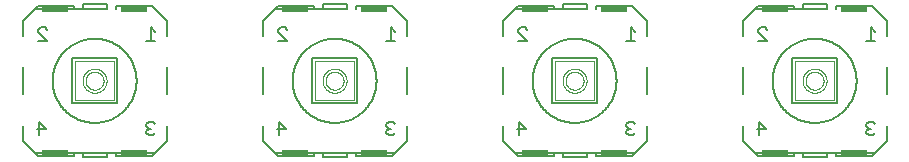
<source format=gbo>
G75*
%MOIN*%
%OFA0B0*%
%FSLAX25Y25*%
%IPPOS*%
%LPD*%
%AMOC8*
5,1,8,0,0,1.08239X$1,22.5*
%
%ADD10C,0.00600*%
%ADD11C,0.00200*%
%ADD12C,0.00500*%
%ADD13R,0.08500X0.02000*%
D10*
X0025866Y0006274D02*
X0026866Y0005274D01*
X0038866Y0005274D01*
X0038866Y0006274D01*
X0025866Y0006274D01*
X0021866Y0010274D01*
X0021866Y0015274D01*
X0038366Y0022774D02*
X0053366Y0022774D01*
X0053366Y0037774D01*
X0038366Y0037774D01*
X0038366Y0022774D01*
X0021866Y0025774D02*
X0021866Y0034774D01*
X0031866Y0030274D02*
X0031870Y0030618D01*
X0031883Y0030961D01*
X0031904Y0031304D01*
X0031933Y0031646D01*
X0031971Y0031988D01*
X0032018Y0032328D01*
X0032072Y0032667D01*
X0032135Y0033005D01*
X0032206Y0033341D01*
X0032286Y0033676D01*
X0032373Y0034008D01*
X0032469Y0034338D01*
X0032573Y0034666D01*
X0032684Y0034990D01*
X0032804Y0035313D01*
X0032932Y0035632D01*
X0033067Y0035947D01*
X0033210Y0036260D01*
X0033361Y0036569D01*
X0033519Y0036874D01*
X0033685Y0037175D01*
X0033858Y0037471D01*
X0034038Y0037764D01*
X0034225Y0038052D01*
X0034420Y0038335D01*
X0034621Y0038614D01*
X0034829Y0038887D01*
X0035044Y0039156D01*
X0035265Y0039418D01*
X0035493Y0039676D01*
X0035727Y0039928D01*
X0035967Y0040173D01*
X0036212Y0040413D01*
X0036464Y0040647D01*
X0036722Y0040875D01*
X0036984Y0041096D01*
X0037253Y0041311D01*
X0037526Y0041519D01*
X0037805Y0041720D01*
X0038088Y0041915D01*
X0038376Y0042102D01*
X0038669Y0042282D01*
X0038965Y0042455D01*
X0039266Y0042621D01*
X0039571Y0042779D01*
X0039880Y0042930D01*
X0040193Y0043073D01*
X0040508Y0043208D01*
X0040827Y0043336D01*
X0041150Y0043456D01*
X0041474Y0043567D01*
X0041802Y0043671D01*
X0042132Y0043767D01*
X0042464Y0043854D01*
X0042799Y0043934D01*
X0043135Y0044005D01*
X0043473Y0044068D01*
X0043812Y0044122D01*
X0044152Y0044169D01*
X0044494Y0044207D01*
X0044836Y0044236D01*
X0045179Y0044257D01*
X0045522Y0044270D01*
X0045866Y0044274D01*
X0046210Y0044270D01*
X0046553Y0044257D01*
X0046896Y0044236D01*
X0047238Y0044207D01*
X0047580Y0044169D01*
X0047920Y0044122D01*
X0048259Y0044068D01*
X0048597Y0044005D01*
X0048933Y0043934D01*
X0049268Y0043854D01*
X0049600Y0043767D01*
X0049930Y0043671D01*
X0050258Y0043567D01*
X0050582Y0043456D01*
X0050905Y0043336D01*
X0051224Y0043208D01*
X0051539Y0043073D01*
X0051852Y0042930D01*
X0052161Y0042779D01*
X0052466Y0042621D01*
X0052767Y0042455D01*
X0053063Y0042282D01*
X0053356Y0042102D01*
X0053644Y0041915D01*
X0053927Y0041720D01*
X0054206Y0041519D01*
X0054479Y0041311D01*
X0054748Y0041096D01*
X0055010Y0040875D01*
X0055268Y0040647D01*
X0055520Y0040413D01*
X0055765Y0040173D01*
X0056005Y0039928D01*
X0056239Y0039676D01*
X0056467Y0039418D01*
X0056688Y0039156D01*
X0056903Y0038887D01*
X0057111Y0038614D01*
X0057312Y0038335D01*
X0057507Y0038052D01*
X0057694Y0037764D01*
X0057874Y0037471D01*
X0058047Y0037175D01*
X0058213Y0036874D01*
X0058371Y0036569D01*
X0058522Y0036260D01*
X0058665Y0035947D01*
X0058800Y0035632D01*
X0058928Y0035313D01*
X0059048Y0034990D01*
X0059159Y0034666D01*
X0059263Y0034338D01*
X0059359Y0034008D01*
X0059446Y0033676D01*
X0059526Y0033341D01*
X0059597Y0033005D01*
X0059660Y0032667D01*
X0059714Y0032328D01*
X0059761Y0031988D01*
X0059799Y0031646D01*
X0059828Y0031304D01*
X0059849Y0030961D01*
X0059862Y0030618D01*
X0059866Y0030274D01*
X0059862Y0029930D01*
X0059849Y0029587D01*
X0059828Y0029244D01*
X0059799Y0028902D01*
X0059761Y0028560D01*
X0059714Y0028220D01*
X0059660Y0027881D01*
X0059597Y0027543D01*
X0059526Y0027207D01*
X0059446Y0026872D01*
X0059359Y0026540D01*
X0059263Y0026210D01*
X0059159Y0025882D01*
X0059048Y0025558D01*
X0058928Y0025235D01*
X0058800Y0024916D01*
X0058665Y0024601D01*
X0058522Y0024288D01*
X0058371Y0023979D01*
X0058213Y0023674D01*
X0058047Y0023373D01*
X0057874Y0023077D01*
X0057694Y0022784D01*
X0057507Y0022496D01*
X0057312Y0022213D01*
X0057111Y0021934D01*
X0056903Y0021661D01*
X0056688Y0021392D01*
X0056467Y0021130D01*
X0056239Y0020872D01*
X0056005Y0020620D01*
X0055765Y0020375D01*
X0055520Y0020135D01*
X0055268Y0019901D01*
X0055010Y0019673D01*
X0054748Y0019452D01*
X0054479Y0019237D01*
X0054206Y0019029D01*
X0053927Y0018828D01*
X0053644Y0018633D01*
X0053356Y0018446D01*
X0053063Y0018266D01*
X0052767Y0018093D01*
X0052466Y0017927D01*
X0052161Y0017769D01*
X0051852Y0017618D01*
X0051539Y0017475D01*
X0051224Y0017340D01*
X0050905Y0017212D01*
X0050582Y0017092D01*
X0050258Y0016981D01*
X0049930Y0016877D01*
X0049600Y0016781D01*
X0049268Y0016694D01*
X0048933Y0016614D01*
X0048597Y0016543D01*
X0048259Y0016480D01*
X0047920Y0016426D01*
X0047580Y0016379D01*
X0047238Y0016341D01*
X0046896Y0016312D01*
X0046553Y0016291D01*
X0046210Y0016278D01*
X0045866Y0016274D01*
X0045522Y0016278D01*
X0045179Y0016291D01*
X0044836Y0016312D01*
X0044494Y0016341D01*
X0044152Y0016379D01*
X0043812Y0016426D01*
X0043473Y0016480D01*
X0043135Y0016543D01*
X0042799Y0016614D01*
X0042464Y0016694D01*
X0042132Y0016781D01*
X0041802Y0016877D01*
X0041474Y0016981D01*
X0041150Y0017092D01*
X0040827Y0017212D01*
X0040508Y0017340D01*
X0040193Y0017475D01*
X0039880Y0017618D01*
X0039571Y0017769D01*
X0039266Y0017927D01*
X0038965Y0018093D01*
X0038669Y0018266D01*
X0038376Y0018446D01*
X0038088Y0018633D01*
X0037805Y0018828D01*
X0037526Y0019029D01*
X0037253Y0019237D01*
X0036984Y0019452D01*
X0036722Y0019673D01*
X0036464Y0019901D01*
X0036212Y0020135D01*
X0035967Y0020375D01*
X0035727Y0020620D01*
X0035493Y0020872D01*
X0035265Y0021130D01*
X0035044Y0021392D01*
X0034829Y0021661D01*
X0034621Y0021934D01*
X0034420Y0022213D01*
X0034225Y0022496D01*
X0034038Y0022784D01*
X0033858Y0023077D01*
X0033685Y0023373D01*
X0033519Y0023674D01*
X0033361Y0023979D01*
X0033210Y0024288D01*
X0033067Y0024601D01*
X0032932Y0024916D01*
X0032804Y0025235D01*
X0032684Y0025558D01*
X0032573Y0025882D01*
X0032469Y0026210D01*
X0032373Y0026540D01*
X0032286Y0026872D01*
X0032206Y0027207D01*
X0032135Y0027543D01*
X0032072Y0027881D01*
X0032018Y0028220D01*
X0031971Y0028560D01*
X0031933Y0028902D01*
X0031904Y0029244D01*
X0031883Y0029587D01*
X0031870Y0029930D01*
X0031866Y0030274D01*
X0069866Y0034774D02*
X0069866Y0025774D01*
X0101864Y0025774D02*
X0101864Y0034774D01*
X0118364Y0037774D02*
X0118364Y0022774D01*
X0133364Y0022774D01*
X0133364Y0037774D01*
X0118364Y0037774D01*
X0149864Y0034774D02*
X0149864Y0025774D01*
X0111864Y0030274D02*
X0111868Y0030618D01*
X0111881Y0030961D01*
X0111902Y0031304D01*
X0111931Y0031646D01*
X0111969Y0031988D01*
X0112016Y0032328D01*
X0112070Y0032667D01*
X0112133Y0033005D01*
X0112204Y0033341D01*
X0112284Y0033676D01*
X0112371Y0034008D01*
X0112467Y0034338D01*
X0112571Y0034666D01*
X0112682Y0034990D01*
X0112802Y0035313D01*
X0112930Y0035632D01*
X0113065Y0035947D01*
X0113208Y0036260D01*
X0113359Y0036569D01*
X0113517Y0036874D01*
X0113683Y0037175D01*
X0113856Y0037471D01*
X0114036Y0037764D01*
X0114223Y0038052D01*
X0114418Y0038335D01*
X0114619Y0038614D01*
X0114827Y0038887D01*
X0115042Y0039156D01*
X0115263Y0039418D01*
X0115491Y0039676D01*
X0115725Y0039928D01*
X0115965Y0040173D01*
X0116210Y0040413D01*
X0116462Y0040647D01*
X0116720Y0040875D01*
X0116982Y0041096D01*
X0117251Y0041311D01*
X0117524Y0041519D01*
X0117803Y0041720D01*
X0118086Y0041915D01*
X0118374Y0042102D01*
X0118667Y0042282D01*
X0118963Y0042455D01*
X0119264Y0042621D01*
X0119569Y0042779D01*
X0119878Y0042930D01*
X0120191Y0043073D01*
X0120506Y0043208D01*
X0120825Y0043336D01*
X0121148Y0043456D01*
X0121472Y0043567D01*
X0121800Y0043671D01*
X0122130Y0043767D01*
X0122462Y0043854D01*
X0122797Y0043934D01*
X0123133Y0044005D01*
X0123471Y0044068D01*
X0123810Y0044122D01*
X0124150Y0044169D01*
X0124492Y0044207D01*
X0124834Y0044236D01*
X0125177Y0044257D01*
X0125520Y0044270D01*
X0125864Y0044274D01*
X0126208Y0044270D01*
X0126551Y0044257D01*
X0126894Y0044236D01*
X0127236Y0044207D01*
X0127578Y0044169D01*
X0127918Y0044122D01*
X0128257Y0044068D01*
X0128595Y0044005D01*
X0128931Y0043934D01*
X0129266Y0043854D01*
X0129598Y0043767D01*
X0129928Y0043671D01*
X0130256Y0043567D01*
X0130580Y0043456D01*
X0130903Y0043336D01*
X0131222Y0043208D01*
X0131537Y0043073D01*
X0131850Y0042930D01*
X0132159Y0042779D01*
X0132464Y0042621D01*
X0132765Y0042455D01*
X0133061Y0042282D01*
X0133354Y0042102D01*
X0133642Y0041915D01*
X0133925Y0041720D01*
X0134204Y0041519D01*
X0134477Y0041311D01*
X0134746Y0041096D01*
X0135008Y0040875D01*
X0135266Y0040647D01*
X0135518Y0040413D01*
X0135763Y0040173D01*
X0136003Y0039928D01*
X0136237Y0039676D01*
X0136465Y0039418D01*
X0136686Y0039156D01*
X0136901Y0038887D01*
X0137109Y0038614D01*
X0137310Y0038335D01*
X0137505Y0038052D01*
X0137692Y0037764D01*
X0137872Y0037471D01*
X0138045Y0037175D01*
X0138211Y0036874D01*
X0138369Y0036569D01*
X0138520Y0036260D01*
X0138663Y0035947D01*
X0138798Y0035632D01*
X0138926Y0035313D01*
X0139046Y0034990D01*
X0139157Y0034666D01*
X0139261Y0034338D01*
X0139357Y0034008D01*
X0139444Y0033676D01*
X0139524Y0033341D01*
X0139595Y0033005D01*
X0139658Y0032667D01*
X0139712Y0032328D01*
X0139759Y0031988D01*
X0139797Y0031646D01*
X0139826Y0031304D01*
X0139847Y0030961D01*
X0139860Y0030618D01*
X0139864Y0030274D01*
X0139860Y0029930D01*
X0139847Y0029587D01*
X0139826Y0029244D01*
X0139797Y0028902D01*
X0139759Y0028560D01*
X0139712Y0028220D01*
X0139658Y0027881D01*
X0139595Y0027543D01*
X0139524Y0027207D01*
X0139444Y0026872D01*
X0139357Y0026540D01*
X0139261Y0026210D01*
X0139157Y0025882D01*
X0139046Y0025558D01*
X0138926Y0025235D01*
X0138798Y0024916D01*
X0138663Y0024601D01*
X0138520Y0024288D01*
X0138369Y0023979D01*
X0138211Y0023674D01*
X0138045Y0023373D01*
X0137872Y0023077D01*
X0137692Y0022784D01*
X0137505Y0022496D01*
X0137310Y0022213D01*
X0137109Y0021934D01*
X0136901Y0021661D01*
X0136686Y0021392D01*
X0136465Y0021130D01*
X0136237Y0020872D01*
X0136003Y0020620D01*
X0135763Y0020375D01*
X0135518Y0020135D01*
X0135266Y0019901D01*
X0135008Y0019673D01*
X0134746Y0019452D01*
X0134477Y0019237D01*
X0134204Y0019029D01*
X0133925Y0018828D01*
X0133642Y0018633D01*
X0133354Y0018446D01*
X0133061Y0018266D01*
X0132765Y0018093D01*
X0132464Y0017927D01*
X0132159Y0017769D01*
X0131850Y0017618D01*
X0131537Y0017475D01*
X0131222Y0017340D01*
X0130903Y0017212D01*
X0130580Y0017092D01*
X0130256Y0016981D01*
X0129928Y0016877D01*
X0129598Y0016781D01*
X0129266Y0016694D01*
X0128931Y0016614D01*
X0128595Y0016543D01*
X0128257Y0016480D01*
X0127918Y0016426D01*
X0127578Y0016379D01*
X0127236Y0016341D01*
X0126894Y0016312D01*
X0126551Y0016291D01*
X0126208Y0016278D01*
X0125864Y0016274D01*
X0125520Y0016278D01*
X0125177Y0016291D01*
X0124834Y0016312D01*
X0124492Y0016341D01*
X0124150Y0016379D01*
X0123810Y0016426D01*
X0123471Y0016480D01*
X0123133Y0016543D01*
X0122797Y0016614D01*
X0122462Y0016694D01*
X0122130Y0016781D01*
X0121800Y0016877D01*
X0121472Y0016981D01*
X0121148Y0017092D01*
X0120825Y0017212D01*
X0120506Y0017340D01*
X0120191Y0017475D01*
X0119878Y0017618D01*
X0119569Y0017769D01*
X0119264Y0017927D01*
X0118963Y0018093D01*
X0118667Y0018266D01*
X0118374Y0018446D01*
X0118086Y0018633D01*
X0117803Y0018828D01*
X0117524Y0019029D01*
X0117251Y0019237D01*
X0116982Y0019452D01*
X0116720Y0019673D01*
X0116462Y0019901D01*
X0116210Y0020135D01*
X0115965Y0020375D01*
X0115725Y0020620D01*
X0115491Y0020872D01*
X0115263Y0021130D01*
X0115042Y0021392D01*
X0114827Y0021661D01*
X0114619Y0021934D01*
X0114418Y0022213D01*
X0114223Y0022496D01*
X0114036Y0022784D01*
X0113856Y0023077D01*
X0113683Y0023373D01*
X0113517Y0023674D01*
X0113359Y0023979D01*
X0113208Y0024288D01*
X0113065Y0024601D01*
X0112930Y0024916D01*
X0112802Y0025235D01*
X0112682Y0025558D01*
X0112571Y0025882D01*
X0112467Y0026210D01*
X0112371Y0026540D01*
X0112284Y0026872D01*
X0112204Y0027207D01*
X0112133Y0027543D01*
X0112070Y0027881D01*
X0112016Y0028220D01*
X0111969Y0028560D01*
X0111931Y0028902D01*
X0111902Y0029244D01*
X0111881Y0029587D01*
X0111868Y0029930D01*
X0111864Y0030274D01*
X0181861Y0034774D02*
X0181861Y0025774D01*
X0198361Y0022774D02*
X0213361Y0022774D01*
X0213361Y0037774D01*
X0198361Y0037774D01*
X0198361Y0022774D01*
X0229861Y0025774D02*
X0229861Y0034774D01*
X0191861Y0030274D02*
X0191865Y0030618D01*
X0191878Y0030961D01*
X0191899Y0031304D01*
X0191928Y0031646D01*
X0191966Y0031988D01*
X0192013Y0032328D01*
X0192067Y0032667D01*
X0192130Y0033005D01*
X0192201Y0033341D01*
X0192281Y0033676D01*
X0192368Y0034008D01*
X0192464Y0034338D01*
X0192568Y0034666D01*
X0192679Y0034990D01*
X0192799Y0035313D01*
X0192927Y0035632D01*
X0193062Y0035947D01*
X0193205Y0036260D01*
X0193356Y0036569D01*
X0193514Y0036874D01*
X0193680Y0037175D01*
X0193853Y0037471D01*
X0194033Y0037764D01*
X0194220Y0038052D01*
X0194415Y0038335D01*
X0194616Y0038614D01*
X0194824Y0038887D01*
X0195039Y0039156D01*
X0195260Y0039418D01*
X0195488Y0039676D01*
X0195722Y0039928D01*
X0195962Y0040173D01*
X0196207Y0040413D01*
X0196459Y0040647D01*
X0196717Y0040875D01*
X0196979Y0041096D01*
X0197248Y0041311D01*
X0197521Y0041519D01*
X0197800Y0041720D01*
X0198083Y0041915D01*
X0198371Y0042102D01*
X0198664Y0042282D01*
X0198960Y0042455D01*
X0199261Y0042621D01*
X0199566Y0042779D01*
X0199875Y0042930D01*
X0200188Y0043073D01*
X0200503Y0043208D01*
X0200822Y0043336D01*
X0201145Y0043456D01*
X0201469Y0043567D01*
X0201797Y0043671D01*
X0202127Y0043767D01*
X0202459Y0043854D01*
X0202794Y0043934D01*
X0203130Y0044005D01*
X0203468Y0044068D01*
X0203807Y0044122D01*
X0204147Y0044169D01*
X0204489Y0044207D01*
X0204831Y0044236D01*
X0205174Y0044257D01*
X0205517Y0044270D01*
X0205861Y0044274D01*
X0206205Y0044270D01*
X0206548Y0044257D01*
X0206891Y0044236D01*
X0207233Y0044207D01*
X0207575Y0044169D01*
X0207915Y0044122D01*
X0208254Y0044068D01*
X0208592Y0044005D01*
X0208928Y0043934D01*
X0209263Y0043854D01*
X0209595Y0043767D01*
X0209925Y0043671D01*
X0210253Y0043567D01*
X0210577Y0043456D01*
X0210900Y0043336D01*
X0211219Y0043208D01*
X0211534Y0043073D01*
X0211847Y0042930D01*
X0212156Y0042779D01*
X0212461Y0042621D01*
X0212762Y0042455D01*
X0213058Y0042282D01*
X0213351Y0042102D01*
X0213639Y0041915D01*
X0213922Y0041720D01*
X0214201Y0041519D01*
X0214474Y0041311D01*
X0214743Y0041096D01*
X0215005Y0040875D01*
X0215263Y0040647D01*
X0215515Y0040413D01*
X0215760Y0040173D01*
X0216000Y0039928D01*
X0216234Y0039676D01*
X0216462Y0039418D01*
X0216683Y0039156D01*
X0216898Y0038887D01*
X0217106Y0038614D01*
X0217307Y0038335D01*
X0217502Y0038052D01*
X0217689Y0037764D01*
X0217869Y0037471D01*
X0218042Y0037175D01*
X0218208Y0036874D01*
X0218366Y0036569D01*
X0218517Y0036260D01*
X0218660Y0035947D01*
X0218795Y0035632D01*
X0218923Y0035313D01*
X0219043Y0034990D01*
X0219154Y0034666D01*
X0219258Y0034338D01*
X0219354Y0034008D01*
X0219441Y0033676D01*
X0219521Y0033341D01*
X0219592Y0033005D01*
X0219655Y0032667D01*
X0219709Y0032328D01*
X0219756Y0031988D01*
X0219794Y0031646D01*
X0219823Y0031304D01*
X0219844Y0030961D01*
X0219857Y0030618D01*
X0219861Y0030274D01*
X0219857Y0029930D01*
X0219844Y0029587D01*
X0219823Y0029244D01*
X0219794Y0028902D01*
X0219756Y0028560D01*
X0219709Y0028220D01*
X0219655Y0027881D01*
X0219592Y0027543D01*
X0219521Y0027207D01*
X0219441Y0026872D01*
X0219354Y0026540D01*
X0219258Y0026210D01*
X0219154Y0025882D01*
X0219043Y0025558D01*
X0218923Y0025235D01*
X0218795Y0024916D01*
X0218660Y0024601D01*
X0218517Y0024288D01*
X0218366Y0023979D01*
X0218208Y0023674D01*
X0218042Y0023373D01*
X0217869Y0023077D01*
X0217689Y0022784D01*
X0217502Y0022496D01*
X0217307Y0022213D01*
X0217106Y0021934D01*
X0216898Y0021661D01*
X0216683Y0021392D01*
X0216462Y0021130D01*
X0216234Y0020872D01*
X0216000Y0020620D01*
X0215760Y0020375D01*
X0215515Y0020135D01*
X0215263Y0019901D01*
X0215005Y0019673D01*
X0214743Y0019452D01*
X0214474Y0019237D01*
X0214201Y0019029D01*
X0213922Y0018828D01*
X0213639Y0018633D01*
X0213351Y0018446D01*
X0213058Y0018266D01*
X0212762Y0018093D01*
X0212461Y0017927D01*
X0212156Y0017769D01*
X0211847Y0017618D01*
X0211534Y0017475D01*
X0211219Y0017340D01*
X0210900Y0017212D01*
X0210577Y0017092D01*
X0210253Y0016981D01*
X0209925Y0016877D01*
X0209595Y0016781D01*
X0209263Y0016694D01*
X0208928Y0016614D01*
X0208592Y0016543D01*
X0208254Y0016480D01*
X0207915Y0016426D01*
X0207575Y0016379D01*
X0207233Y0016341D01*
X0206891Y0016312D01*
X0206548Y0016291D01*
X0206205Y0016278D01*
X0205861Y0016274D01*
X0205517Y0016278D01*
X0205174Y0016291D01*
X0204831Y0016312D01*
X0204489Y0016341D01*
X0204147Y0016379D01*
X0203807Y0016426D01*
X0203468Y0016480D01*
X0203130Y0016543D01*
X0202794Y0016614D01*
X0202459Y0016694D01*
X0202127Y0016781D01*
X0201797Y0016877D01*
X0201469Y0016981D01*
X0201145Y0017092D01*
X0200822Y0017212D01*
X0200503Y0017340D01*
X0200188Y0017475D01*
X0199875Y0017618D01*
X0199566Y0017769D01*
X0199261Y0017927D01*
X0198960Y0018093D01*
X0198664Y0018266D01*
X0198371Y0018446D01*
X0198083Y0018633D01*
X0197800Y0018828D01*
X0197521Y0019029D01*
X0197248Y0019237D01*
X0196979Y0019452D01*
X0196717Y0019673D01*
X0196459Y0019901D01*
X0196207Y0020135D01*
X0195962Y0020375D01*
X0195722Y0020620D01*
X0195488Y0020872D01*
X0195260Y0021130D01*
X0195039Y0021392D01*
X0194824Y0021661D01*
X0194616Y0021934D01*
X0194415Y0022213D01*
X0194220Y0022496D01*
X0194033Y0022784D01*
X0193853Y0023077D01*
X0193680Y0023373D01*
X0193514Y0023674D01*
X0193356Y0023979D01*
X0193205Y0024288D01*
X0193062Y0024601D01*
X0192927Y0024916D01*
X0192799Y0025235D01*
X0192679Y0025558D01*
X0192568Y0025882D01*
X0192464Y0026210D01*
X0192368Y0026540D01*
X0192281Y0026872D01*
X0192201Y0027207D01*
X0192130Y0027543D01*
X0192067Y0027881D01*
X0192013Y0028220D01*
X0191966Y0028560D01*
X0191928Y0028902D01*
X0191899Y0029244D01*
X0191878Y0029587D01*
X0191865Y0029930D01*
X0191861Y0030274D01*
X0261866Y0034774D02*
X0261866Y0025774D01*
X0278366Y0022774D02*
X0293366Y0022774D01*
X0293366Y0037774D01*
X0278366Y0037774D01*
X0278366Y0022774D01*
X0309866Y0025774D02*
X0309866Y0034774D01*
X0271866Y0030274D02*
X0271870Y0030618D01*
X0271883Y0030961D01*
X0271904Y0031304D01*
X0271933Y0031646D01*
X0271971Y0031988D01*
X0272018Y0032328D01*
X0272072Y0032667D01*
X0272135Y0033005D01*
X0272206Y0033341D01*
X0272286Y0033676D01*
X0272373Y0034008D01*
X0272469Y0034338D01*
X0272573Y0034666D01*
X0272684Y0034990D01*
X0272804Y0035313D01*
X0272932Y0035632D01*
X0273067Y0035947D01*
X0273210Y0036260D01*
X0273361Y0036569D01*
X0273519Y0036874D01*
X0273685Y0037175D01*
X0273858Y0037471D01*
X0274038Y0037764D01*
X0274225Y0038052D01*
X0274420Y0038335D01*
X0274621Y0038614D01*
X0274829Y0038887D01*
X0275044Y0039156D01*
X0275265Y0039418D01*
X0275493Y0039676D01*
X0275727Y0039928D01*
X0275967Y0040173D01*
X0276212Y0040413D01*
X0276464Y0040647D01*
X0276722Y0040875D01*
X0276984Y0041096D01*
X0277253Y0041311D01*
X0277526Y0041519D01*
X0277805Y0041720D01*
X0278088Y0041915D01*
X0278376Y0042102D01*
X0278669Y0042282D01*
X0278965Y0042455D01*
X0279266Y0042621D01*
X0279571Y0042779D01*
X0279880Y0042930D01*
X0280193Y0043073D01*
X0280508Y0043208D01*
X0280827Y0043336D01*
X0281150Y0043456D01*
X0281474Y0043567D01*
X0281802Y0043671D01*
X0282132Y0043767D01*
X0282464Y0043854D01*
X0282799Y0043934D01*
X0283135Y0044005D01*
X0283473Y0044068D01*
X0283812Y0044122D01*
X0284152Y0044169D01*
X0284494Y0044207D01*
X0284836Y0044236D01*
X0285179Y0044257D01*
X0285522Y0044270D01*
X0285866Y0044274D01*
X0286210Y0044270D01*
X0286553Y0044257D01*
X0286896Y0044236D01*
X0287238Y0044207D01*
X0287580Y0044169D01*
X0287920Y0044122D01*
X0288259Y0044068D01*
X0288597Y0044005D01*
X0288933Y0043934D01*
X0289268Y0043854D01*
X0289600Y0043767D01*
X0289930Y0043671D01*
X0290258Y0043567D01*
X0290582Y0043456D01*
X0290905Y0043336D01*
X0291224Y0043208D01*
X0291539Y0043073D01*
X0291852Y0042930D01*
X0292161Y0042779D01*
X0292466Y0042621D01*
X0292767Y0042455D01*
X0293063Y0042282D01*
X0293356Y0042102D01*
X0293644Y0041915D01*
X0293927Y0041720D01*
X0294206Y0041519D01*
X0294479Y0041311D01*
X0294748Y0041096D01*
X0295010Y0040875D01*
X0295268Y0040647D01*
X0295520Y0040413D01*
X0295765Y0040173D01*
X0296005Y0039928D01*
X0296239Y0039676D01*
X0296467Y0039418D01*
X0296688Y0039156D01*
X0296903Y0038887D01*
X0297111Y0038614D01*
X0297312Y0038335D01*
X0297507Y0038052D01*
X0297694Y0037764D01*
X0297874Y0037471D01*
X0298047Y0037175D01*
X0298213Y0036874D01*
X0298371Y0036569D01*
X0298522Y0036260D01*
X0298665Y0035947D01*
X0298800Y0035632D01*
X0298928Y0035313D01*
X0299048Y0034990D01*
X0299159Y0034666D01*
X0299263Y0034338D01*
X0299359Y0034008D01*
X0299446Y0033676D01*
X0299526Y0033341D01*
X0299597Y0033005D01*
X0299660Y0032667D01*
X0299714Y0032328D01*
X0299761Y0031988D01*
X0299799Y0031646D01*
X0299828Y0031304D01*
X0299849Y0030961D01*
X0299862Y0030618D01*
X0299866Y0030274D01*
X0299862Y0029930D01*
X0299849Y0029587D01*
X0299828Y0029244D01*
X0299799Y0028902D01*
X0299761Y0028560D01*
X0299714Y0028220D01*
X0299660Y0027881D01*
X0299597Y0027543D01*
X0299526Y0027207D01*
X0299446Y0026872D01*
X0299359Y0026540D01*
X0299263Y0026210D01*
X0299159Y0025882D01*
X0299048Y0025558D01*
X0298928Y0025235D01*
X0298800Y0024916D01*
X0298665Y0024601D01*
X0298522Y0024288D01*
X0298371Y0023979D01*
X0298213Y0023674D01*
X0298047Y0023373D01*
X0297874Y0023077D01*
X0297694Y0022784D01*
X0297507Y0022496D01*
X0297312Y0022213D01*
X0297111Y0021934D01*
X0296903Y0021661D01*
X0296688Y0021392D01*
X0296467Y0021130D01*
X0296239Y0020872D01*
X0296005Y0020620D01*
X0295765Y0020375D01*
X0295520Y0020135D01*
X0295268Y0019901D01*
X0295010Y0019673D01*
X0294748Y0019452D01*
X0294479Y0019237D01*
X0294206Y0019029D01*
X0293927Y0018828D01*
X0293644Y0018633D01*
X0293356Y0018446D01*
X0293063Y0018266D01*
X0292767Y0018093D01*
X0292466Y0017927D01*
X0292161Y0017769D01*
X0291852Y0017618D01*
X0291539Y0017475D01*
X0291224Y0017340D01*
X0290905Y0017212D01*
X0290582Y0017092D01*
X0290258Y0016981D01*
X0289930Y0016877D01*
X0289600Y0016781D01*
X0289268Y0016694D01*
X0288933Y0016614D01*
X0288597Y0016543D01*
X0288259Y0016480D01*
X0287920Y0016426D01*
X0287580Y0016379D01*
X0287238Y0016341D01*
X0286896Y0016312D01*
X0286553Y0016291D01*
X0286210Y0016278D01*
X0285866Y0016274D01*
X0285522Y0016278D01*
X0285179Y0016291D01*
X0284836Y0016312D01*
X0284494Y0016341D01*
X0284152Y0016379D01*
X0283812Y0016426D01*
X0283473Y0016480D01*
X0283135Y0016543D01*
X0282799Y0016614D01*
X0282464Y0016694D01*
X0282132Y0016781D01*
X0281802Y0016877D01*
X0281474Y0016981D01*
X0281150Y0017092D01*
X0280827Y0017212D01*
X0280508Y0017340D01*
X0280193Y0017475D01*
X0279880Y0017618D01*
X0279571Y0017769D01*
X0279266Y0017927D01*
X0278965Y0018093D01*
X0278669Y0018266D01*
X0278376Y0018446D01*
X0278088Y0018633D01*
X0277805Y0018828D01*
X0277526Y0019029D01*
X0277253Y0019237D01*
X0276984Y0019452D01*
X0276722Y0019673D01*
X0276464Y0019901D01*
X0276212Y0020135D01*
X0275967Y0020375D01*
X0275727Y0020620D01*
X0275493Y0020872D01*
X0275265Y0021130D01*
X0275044Y0021392D01*
X0274829Y0021661D01*
X0274621Y0021934D01*
X0274420Y0022213D01*
X0274225Y0022496D01*
X0274038Y0022784D01*
X0273858Y0023077D01*
X0273685Y0023373D01*
X0273519Y0023674D01*
X0273361Y0023979D01*
X0273210Y0024288D01*
X0273067Y0024601D01*
X0272932Y0024916D01*
X0272804Y0025235D01*
X0272684Y0025558D01*
X0272573Y0025882D01*
X0272469Y0026210D01*
X0272373Y0026540D01*
X0272286Y0026872D01*
X0272206Y0027207D01*
X0272135Y0027543D01*
X0272072Y0027881D01*
X0272018Y0028220D01*
X0271971Y0028560D01*
X0271933Y0028902D01*
X0271904Y0029244D01*
X0271883Y0029587D01*
X0271870Y0029930D01*
X0271866Y0030274D01*
X0261866Y0045274D02*
X0261866Y0050274D01*
X0265866Y0054274D01*
X0266866Y0055274D01*
X0278866Y0055274D01*
X0278866Y0054274D01*
X0281866Y0054274D01*
X0281866Y0055774D01*
X0289866Y0055774D01*
X0289866Y0054274D01*
X0281866Y0054274D01*
X0278866Y0054274D02*
X0265866Y0054274D01*
X0292866Y0054274D02*
X0292866Y0055274D01*
X0304866Y0055274D01*
X0309866Y0050274D01*
X0309866Y0045274D01*
X0229861Y0045274D02*
X0229861Y0050274D01*
X0224861Y0055274D01*
X0212861Y0055274D01*
X0212861Y0054274D01*
X0209861Y0054274D02*
X0201861Y0054274D01*
X0198861Y0054274D01*
X0198861Y0055274D01*
X0186861Y0055274D01*
X0185861Y0054274D01*
X0198861Y0054274D01*
X0201861Y0054274D02*
X0201861Y0055774D01*
X0209861Y0055774D01*
X0209861Y0054274D01*
X0185861Y0054274D02*
X0181861Y0050274D01*
X0181861Y0045274D01*
X0149864Y0045274D02*
X0149864Y0050274D01*
X0144864Y0055274D01*
X0132864Y0055274D01*
X0132864Y0054274D01*
X0129864Y0054274D02*
X0121864Y0054274D01*
X0118864Y0054274D01*
X0118864Y0055274D01*
X0106864Y0055274D01*
X0105864Y0054274D01*
X0118864Y0054274D01*
X0121864Y0054274D02*
X0121864Y0055774D01*
X0129864Y0055774D01*
X0129864Y0054274D01*
X0105864Y0054274D02*
X0101864Y0050274D01*
X0101864Y0045274D01*
X0069866Y0045274D02*
X0069866Y0050274D01*
X0064866Y0055274D01*
X0052866Y0055274D01*
X0052866Y0054274D01*
X0049866Y0054274D02*
X0041866Y0054274D01*
X0038866Y0054274D01*
X0038866Y0055274D01*
X0026866Y0055274D01*
X0025866Y0054274D01*
X0038866Y0054274D01*
X0041866Y0054274D02*
X0041866Y0055774D01*
X0049866Y0055774D01*
X0049866Y0054274D01*
X0025866Y0054274D02*
X0021866Y0050274D01*
X0021866Y0045274D01*
X0069866Y0015274D02*
X0069866Y0010274D01*
X0065866Y0006274D01*
X0064866Y0005274D01*
X0052866Y0005274D01*
X0052866Y0006274D01*
X0049866Y0006274D01*
X0041866Y0006274D01*
X0038866Y0006274D01*
X0041866Y0006274D02*
X0041866Y0004774D01*
X0049866Y0004774D01*
X0049866Y0006274D01*
X0052866Y0006274D02*
X0065866Y0006274D01*
X0101864Y0010274D02*
X0101864Y0015274D01*
X0101864Y0010274D02*
X0105864Y0006274D01*
X0106864Y0005274D01*
X0118864Y0005274D01*
X0118864Y0006274D01*
X0105864Y0006274D01*
X0118864Y0006274D02*
X0121864Y0006274D01*
X0129864Y0006274D01*
X0132864Y0006274D01*
X0132864Y0005274D01*
X0144864Y0005274D01*
X0145864Y0006274D01*
X0132864Y0006274D01*
X0129864Y0006274D02*
X0129864Y0004774D01*
X0121864Y0004774D01*
X0121864Y0006274D01*
X0145864Y0006274D02*
X0149864Y0010274D01*
X0149864Y0015274D01*
X0181861Y0015274D02*
X0181861Y0010274D01*
X0185861Y0006274D01*
X0186861Y0005274D01*
X0198861Y0005274D01*
X0198861Y0006274D01*
X0185861Y0006274D01*
X0198861Y0006274D02*
X0201861Y0006274D01*
X0209861Y0006274D01*
X0212861Y0006274D01*
X0212861Y0005274D01*
X0224861Y0005274D01*
X0225861Y0006274D01*
X0212861Y0006274D01*
X0209861Y0006274D02*
X0209861Y0004774D01*
X0201861Y0004774D01*
X0201861Y0006274D01*
X0225861Y0006274D02*
X0229861Y0010274D01*
X0229861Y0015274D01*
X0261866Y0015274D02*
X0261866Y0010274D01*
X0265866Y0006274D01*
X0266866Y0005274D01*
X0278866Y0005274D01*
X0278866Y0006274D01*
X0265866Y0006274D01*
X0278866Y0006274D02*
X0281866Y0006274D01*
X0289866Y0006274D01*
X0292866Y0006274D01*
X0292866Y0005274D01*
X0304866Y0005274D01*
X0305866Y0006274D01*
X0292866Y0006274D01*
X0289866Y0006274D02*
X0289866Y0004774D01*
X0281866Y0004774D01*
X0281866Y0006274D01*
X0305866Y0006274D02*
X0309866Y0010274D01*
X0309866Y0015274D01*
D11*
X0292366Y0023774D02*
X0279366Y0023774D01*
X0279366Y0036774D01*
X0292366Y0036774D01*
X0292366Y0023774D01*
X0282866Y0030274D02*
X0282868Y0030383D01*
X0282874Y0030492D01*
X0282884Y0030600D01*
X0282898Y0030708D01*
X0282915Y0030816D01*
X0282937Y0030923D01*
X0282962Y0031029D01*
X0282992Y0031133D01*
X0283025Y0031237D01*
X0283062Y0031340D01*
X0283102Y0031441D01*
X0283146Y0031540D01*
X0283194Y0031638D01*
X0283246Y0031735D01*
X0283300Y0031829D01*
X0283358Y0031921D01*
X0283420Y0032011D01*
X0283485Y0032098D01*
X0283552Y0032184D01*
X0283623Y0032267D01*
X0283697Y0032347D01*
X0283774Y0032424D01*
X0283853Y0032499D01*
X0283935Y0032570D01*
X0284020Y0032639D01*
X0284107Y0032704D01*
X0284196Y0032767D01*
X0284288Y0032825D01*
X0284382Y0032881D01*
X0284477Y0032933D01*
X0284575Y0032982D01*
X0284674Y0033027D01*
X0284775Y0033069D01*
X0284877Y0033106D01*
X0284980Y0033140D01*
X0285085Y0033171D01*
X0285191Y0033197D01*
X0285297Y0033220D01*
X0285405Y0033238D01*
X0285513Y0033253D01*
X0285621Y0033264D01*
X0285730Y0033271D01*
X0285839Y0033274D01*
X0285948Y0033273D01*
X0286057Y0033268D01*
X0286165Y0033259D01*
X0286273Y0033246D01*
X0286381Y0033229D01*
X0286488Y0033209D01*
X0286594Y0033184D01*
X0286699Y0033156D01*
X0286803Y0033124D01*
X0286906Y0033088D01*
X0287008Y0033048D01*
X0287108Y0033005D01*
X0287206Y0032958D01*
X0287303Y0032908D01*
X0287397Y0032854D01*
X0287490Y0032796D01*
X0287581Y0032736D01*
X0287669Y0032672D01*
X0287755Y0032605D01*
X0287838Y0032535D01*
X0287919Y0032462D01*
X0287997Y0032386D01*
X0288072Y0032307D01*
X0288145Y0032225D01*
X0288214Y0032141D01*
X0288280Y0032055D01*
X0288343Y0031966D01*
X0288403Y0031875D01*
X0288460Y0031782D01*
X0288513Y0031687D01*
X0288562Y0031590D01*
X0288608Y0031491D01*
X0288650Y0031391D01*
X0288689Y0031289D01*
X0288724Y0031185D01*
X0288755Y0031081D01*
X0288783Y0030976D01*
X0288806Y0030869D01*
X0288826Y0030762D01*
X0288842Y0030654D01*
X0288854Y0030546D01*
X0288862Y0030437D01*
X0288866Y0030328D01*
X0288866Y0030220D01*
X0288862Y0030111D01*
X0288854Y0030002D01*
X0288842Y0029894D01*
X0288826Y0029786D01*
X0288806Y0029679D01*
X0288783Y0029572D01*
X0288755Y0029467D01*
X0288724Y0029363D01*
X0288689Y0029259D01*
X0288650Y0029157D01*
X0288608Y0029057D01*
X0288562Y0028958D01*
X0288513Y0028861D01*
X0288460Y0028766D01*
X0288403Y0028673D01*
X0288343Y0028582D01*
X0288280Y0028493D01*
X0288214Y0028407D01*
X0288145Y0028323D01*
X0288072Y0028241D01*
X0287997Y0028162D01*
X0287919Y0028086D01*
X0287838Y0028013D01*
X0287755Y0027943D01*
X0287669Y0027876D01*
X0287581Y0027812D01*
X0287490Y0027752D01*
X0287397Y0027694D01*
X0287303Y0027640D01*
X0287206Y0027590D01*
X0287108Y0027543D01*
X0287008Y0027500D01*
X0286906Y0027460D01*
X0286803Y0027424D01*
X0286699Y0027392D01*
X0286594Y0027364D01*
X0286488Y0027339D01*
X0286381Y0027319D01*
X0286273Y0027302D01*
X0286165Y0027289D01*
X0286057Y0027280D01*
X0285948Y0027275D01*
X0285839Y0027274D01*
X0285730Y0027277D01*
X0285621Y0027284D01*
X0285513Y0027295D01*
X0285405Y0027310D01*
X0285297Y0027328D01*
X0285191Y0027351D01*
X0285085Y0027377D01*
X0284980Y0027408D01*
X0284877Y0027442D01*
X0284775Y0027479D01*
X0284674Y0027521D01*
X0284575Y0027566D01*
X0284477Y0027615D01*
X0284382Y0027667D01*
X0284288Y0027723D01*
X0284196Y0027781D01*
X0284107Y0027844D01*
X0284020Y0027909D01*
X0283935Y0027978D01*
X0283853Y0028049D01*
X0283774Y0028124D01*
X0283697Y0028201D01*
X0283623Y0028281D01*
X0283552Y0028364D01*
X0283485Y0028450D01*
X0283420Y0028537D01*
X0283358Y0028627D01*
X0283300Y0028719D01*
X0283246Y0028813D01*
X0283194Y0028910D01*
X0283146Y0029008D01*
X0283102Y0029107D01*
X0283062Y0029208D01*
X0283025Y0029311D01*
X0282992Y0029415D01*
X0282962Y0029519D01*
X0282937Y0029625D01*
X0282915Y0029732D01*
X0282898Y0029840D01*
X0282884Y0029948D01*
X0282874Y0030056D01*
X0282868Y0030165D01*
X0282866Y0030274D01*
X0281866Y0030274D02*
X0281868Y0030400D01*
X0281874Y0030526D01*
X0281884Y0030652D01*
X0281898Y0030778D01*
X0281916Y0030903D01*
X0281938Y0031027D01*
X0281963Y0031151D01*
X0281993Y0031274D01*
X0282026Y0031395D01*
X0282064Y0031516D01*
X0282105Y0031635D01*
X0282150Y0031754D01*
X0282198Y0031870D01*
X0282250Y0031985D01*
X0282306Y0032098D01*
X0282366Y0032210D01*
X0282429Y0032319D01*
X0282495Y0032427D01*
X0282564Y0032532D01*
X0282637Y0032635D01*
X0282714Y0032736D01*
X0282793Y0032834D01*
X0282875Y0032930D01*
X0282961Y0033023D01*
X0283049Y0033114D01*
X0283140Y0033201D01*
X0283234Y0033286D01*
X0283330Y0033367D01*
X0283429Y0033446D01*
X0283530Y0033521D01*
X0283634Y0033593D01*
X0283740Y0033662D01*
X0283848Y0033728D01*
X0283958Y0033790D01*
X0284070Y0033848D01*
X0284183Y0033903D01*
X0284299Y0033954D01*
X0284416Y0034002D01*
X0284534Y0034046D01*
X0284654Y0034086D01*
X0284775Y0034122D01*
X0284897Y0034155D01*
X0285020Y0034184D01*
X0285144Y0034208D01*
X0285268Y0034229D01*
X0285393Y0034246D01*
X0285519Y0034259D01*
X0285645Y0034268D01*
X0285771Y0034273D01*
X0285898Y0034274D01*
X0286024Y0034271D01*
X0286150Y0034264D01*
X0286276Y0034253D01*
X0286401Y0034238D01*
X0286526Y0034219D01*
X0286650Y0034196D01*
X0286774Y0034170D01*
X0286896Y0034139D01*
X0287018Y0034105D01*
X0287138Y0034066D01*
X0287257Y0034024D01*
X0287375Y0033979D01*
X0287491Y0033929D01*
X0287606Y0033876D01*
X0287718Y0033819D01*
X0287829Y0033759D01*
X0287938Y0033695D01*
X0288045Y0033628D01*
X0288150Y0033558D01*
X0288253Y0033484D01*
X0288353Y0033407D01*
X0288451Y0033327D01*
X0288546Y0033244D01*
X0288638Y0033158D01*
X0288728Y0033069D01*
X0288815Y0032977D01*
X0288898Y0032883D01*
X0288979Y0032786D01*
X0289057Y0032686D01*
X0289132Y0032584D01*
X0289203Y0032480D01*
X0289271Y0032373D01*
X0289335Y0032265D01*
X0289396Y0032154D01*
X0289454Y0032042D01*
X0289508Y0031928D01*
X0289558Y0031812D01*
X0289605Y0031695D01*
X0289648Y0031576D01*
X0289687Y0031456D01*
X0289723Y0031335D01*
X0289754Y0031212D01*
X0289782Y0031089D01*
X0289806Y0030965D01*
X0289826Y0030840D01*
X0289842Y0030715D01*
X0289854Y0030589D01*
X0289862Y0030463D01*
X0289866Y0030337D01*
X0289866Y0030211D01*
X0289862Y0030085D01*
X0289854Y0029959D01*
X0289842Y0029833D01*
X0289826Y0029708D01*
X0289806Y0029583D01*
X0289782Y0029459D01*
X0289754Y0029336D01*
X0289723Y0029213D01*
X0289687Y0029092D01*
X0289648Y0028972D01*
X0289605Y0028853D01*
X0289558Y0028736D01*
X0289508Y0028620D01*
X0289454Y0028506D01*
X0289396Y0028394D01*
X0289335Y0028283D01*
X0289271Y0028175D01*
X0289203Y0028068D01*
X0289132Y0027964D01*
X0289057Y0027862D01*
X0288979Y0027762D01*
X0288898Y0027665D01*
X0288815Y0027571D01*
X0288728Y0027479D01*
X0288638Y0027390D01*
X0288546Y0027304D01*
X0288451Y0027221D01*
X0288353Y0027141D01*
X0288253Y0027064D01*
X0288150Y0026990D01*
X0288045Y0026920D01*
X0287938Y0026853D01*
X0287829Y0026789D01*
X0287718Y0026729D01*
X0287606Y0026672D01*
X0287491Y0026619D01*
X0287375Y0026569D01*
X0287257Y0026524D01*
X0287138Y0026482D01*
X0287018Y0026443D01*
X0286896Y0026409D01*
X0286774Y0026378D01*
X0286650Y0026352D01*
X0286526Y0026329D01*
X0286401Y0026310D01*
X0286276Y0026295D01*
X0286150Y0026284D01*
X0286024Y0026277D01*
X0285898Y0026274D01*
X0285771Y0026275D01*
X0285645Y0026280D01*
X0285519Y0026289D01*
X0285393Y0026302D01*
X0285268Y0026319D01*
X0285144Y0026340D01*
X0285020Y0026364D01*
X0284897Y0026393D01*
X0284775Y0026426D01*
X0284654Y0026462D01*
X0284534Y0026502D01*
X0284416Y0026546D01*
X0284299Y0026594D01*
X0284183Y0026645D01*
X0284070Y0026700D01*
X0283958Y0026758D01*
X0283848Y0026820D01*
X0283740Y0026886D01*
X0283634Y0026955D01*
X0283530Y0027027D01*
X0283429Y0027102D01*
X0283330Y0027181D01*
X0283234Y0027262D01*
X0283140Y0027347D01*
X0283049Y0027434D01*
X0282961Y0027525D01*
X0282875Y0027618D01*
X0282793Y0027714D01*
X0282714Y0027812D01*
X0282637Y0027913D01*
X0282564Y0028016D01*
X0282495Y0028121D01*
X0282429Y0028229D01*
X0282366Y0028338D01*
X0282306Y0028450D01*
X0282250Y0028563D01*
X0282198Y0028678D01*
X0282150Y0028794D01*
X0282105Y0028913D01*
X0282064Y0029032D01*
X0282026Y0029153D01*
X0281993Y0029274D01*
X0281963Y0029397D01*
X0281938Y0029521D01*
X0281916Y0029645D01*
X0281898Y0029770D01*
X0281884Y0029896D01*
X0281874Y0030022D01*
X0281868Y0030148D01*
X0281866Y0030274D01*
X0212361Y0036774D02*
X0212361Y0023774D01*
X0199361Y0023774D01*
X0199361Y0036774D01*
X0212361Y0036774D01*
X0202861Y0030274D02*
X0202863Y0030383D01*
X0202869Y0030492D01*
X0202879Y0030600D01*
X0202893Y0030708D01*
X0202910Y0030816D01*
X0202932Y0030923D01*
X0202957Y0031029D01*
X0202987Y0031133D01*
X0203020Y0031237D01*
X0203057Y0031340D01*
X0203097Y0031441D01*
X0203141Y0031540D01*
X0203189Y0031638D01*
X0203241Y0031735D01*
X0203295Y0031829D01*
X0203353Y0031921D01*
X0203415Y0032011D01*
X0203480Y0032098D01*
X0203547Y0032184D01*
X0203618Y0032267D01*
X0203692Y0032347D01*
X0203769Y0032424D01*
X0203848Y0032499D01*
X0203930Y0032570D01*
X0204015Y0032639D01*
X0204102Y0032704D01*
X0204191Y0032767D01*
X0204283Y0032825D01*
X0204377Y0032881D01*
X0204472Y0032933D01*
X0204570Y0032982D01*
X0204669Y0033027D01*
X0204770Y0033069D01*
X0204872Y0033106D01*
X0204975Y0033140D01*
X0205080Y0033171D01*
X0205186Y0033197D01*
X0205292Y0033220D01*
X0205400Y0033238D01*
X0205508Y0033253D01*
X0205616Y0033264D01*
X0205725Y0033271D01*
X0205834Y0033274D01*
X0205943Y0033273D01*
X0206052Y0033268D01*
X0206160Y0033259D01*
X0206268Y0033246D01*
X0206376Y0033229D01*
X0206483Y0033209D01*
X0206589Y0033184D01*
X0206694Y0033156D01*
X0206798Y0033124D01*
X0206901Y0033088D01*
X0207003Y0033048D01*
X0207103Y0033005D01*
X0207201Y0032958D01*
X0207298Y0032908D01*
X0207392Y0032854D01*
X0207485Y0032796D01*
X0207576Y0032736D01*
X0207664Y0032672D01*
X0207750Y0032605D01*
X0207833Y0032535D01*
X0207914Y0032462D01*
X0207992Y0032386D01*
X0208067Y0032307D01*
X0208140Y0032225D01*
X0208209Y0032141D01*
X0208275Y0032055D01*
X0208338Y0031966D01*
X0208398Y0031875D01*
X0208455Y0031782D01*
X0208508Y0031687D01*
X0208557Y0031590D01*
X0208603Y0031491D01*
X0208645Y0031391D01*
X0208684Y0031289D01*
X0208719Y0031185D01*
X0208750Y0031081D01*
X0208778Y0030976D01*
X0208801Y0030869D01*
X0208821Y0030762D01*
X0208837Y0030654D01*
X0208849Y0030546D01*
X0208857Y0030437D01*
X0208861Y0030328D01*
X0208861Y0030220D01*
X0208857Y0030111D01*
X0208849Y0030002D01*
X0208837Y0029894D01*
X0208821Y0029786D01*
X0208801Y0029679D01*
X0208778Y0029572D01*
X0208750Y0029467D01*
X0208719Y0029363D01*
X0208684Y0029259D01*
X0208645Y0029157D01*
X0208603Y0029057D01*
X0208557Y0028958D01*
X0208508Y0028861D01*
X0208455Y0028766D01*
X0208398Y0028673D01*
X0208338Y0028582D01*
X0208275Y0028493D01*
X0208209Y0028407D01*
X0208140Y0028323D01*
X0208067Y0028241D01*
X0207992Y0028162D01*
X0207914Y0028086D01*
X0207833Y0028013D01*
X0207750Y0027943D01*
X0207664Y0027876D01*
X0207576Y0027812D01*
X0207485Y0027752D01*
X0207392Y0027694D01*
X0207298Y0027640D01*
X0207201Y0027590D01*
X0207103Y0027543D01*
X0207003Y0027500D01*
X0206901Y0027460D01*
X0206798Y0027424D01*
X0206694Y0027392D01*
X0206589Y0027364D01*
X0206483Y0027339D01*
X0206376Y0027319D01*
X0206268Y0027302D01*
X0206160Y0027289D01*
X0206052Y0027280D01*
X0205943Y0027275D01*
X0205834Y0027274D01*
X0205725Y0027277D01*
X0205616Y0027284D01*
X0205508Y0027295D01*
X0205400Y0027310D01*
X0205292Y0027328D01*
X0205186Y0027351D01*
X0205080Y0027377D01*
X0204975Y0027408D01*
X0204872Y0027442D01*
X0204770Y0027479D01*
X0204669Y0027521D01*
X0204570Y0027566D01*
X0204472Y0027615D01*
X0204377Y0027667D01*
X0204283Y0027723D01*
X0204191Y0027781D01*
X0204102Y0027844D01*
X0204015Y0027909D01*
X0203930Y0027978D01*
X0203848Y0028049D01*
X0203769Y0028124D01*
X0203692Y0028201D01*
X0203618Y0028281D01*
X0203547Y0028364D01*
X0203480Y0028450D01*
X0203415Y0028537D01*
X0203353Y0028627D01*
X0203295Y0028719D01*
X0203241Y0028813D01*
X0203189Y0028910D01*
X0203141Y0029008D01*
X0203097Y0029107D01*
X0203057Y0029208D01*
X0203020Y0029311D01*
X0202987Y0029415D01*
X0202957Y0029519D01*
X0202932Y0029625D01*
X0202910Y0029732D01*
X0202893Y0029840D01*
X0202879Y0029948D01*
X0202869Y0030056D01*
X0202863Y0030165D01*
X0202861Y0030274D01*
X0201861Y0030274D02*
X0201863Y0030400D01*
X0201869Y0030526D01*
X0201879Y0030652D01*
X0201893Y0030778D01*
X0201911Y0030903D01*
X0201933Y0031027D01*
X0201958Y0031151D01*
X0201988Y0031274D01*
X0202021Y0031395D01*
X0202059Y0031516D01*
X0202100Y0031635D01*
X0202145Y0031754D01*
X0202193Y0031870D01*
X0202245Y0031985D01*
X0202301Y0032098D01*
X0202361Y0032210D01*
X0202424Y0032319D01*
X0202490Y0032427D01*
X0202559Y0032532D01*
X0202632Y0032635D01*
X0202709Y0032736D01*
X0202788Y0032834D01*
X0202870Y0032930D01*
X0202956Y0033023D01*
X0203044Y0033114D01*
X0203135Y0033201D01*
X0203229Y0033286D01*
X0203325Y0033367D01*
X0203424Y0033446D01*
X0203525Y0033521D01*
X0203629Y0033593D01*
X0203735Y0033662D01*
X0203843Y0033728D01*
X0203953Y0033790D01*
X0204065Y0033848D01*
X0204178Y0033903D01*
X0204294Y0033954D01*
X0204411Y0034002D01*
X0204529Y0034046D01*
X0204649Y0034086D01*
X0204770Y0034122D01*
X0204892Y0034155D01*
X0205015Y0034184D01*
X0205139Y0034208D01*
X0205263Y0034229D01*
X0205388Y0034246D01*
X0205514Y0034259D01*
X0205640Y0034268D01*
X0205766Y0034273D01*
X0205893Y0034274D01*
X0206019Y0034271D01*
X0206145Y0034264D01*
X0206271Y0034253D01*
X0206396Y0034238D01*
X0206521Y0034219D01*
X0206645Y0034196D01*
X0206769Y0034170D01*
X0206891Y0034139D01*
X0207013Y0034105D01*
X0207133Y0034066D01*
X0207252Y0034024D01*
X0207370Y0033979D01*
X0207486Y0033929D01*
X0207601Y0033876D01*
X0207713Y0033819D01*
X0207824Y0033759D01*
X0207933Y0033695D01*
X0208040Y0033628D01*
X0208145Y0033558D01*
X0208248Y0033484D01*
X0208348Y0033407D01*
X0208446Y0033327D01*
X0208541Y0033244D01*
X0208633Y0033158D01*
X0208723Y0033069D01*
X0208810Y0032977D01*
X0208893Y0032883D01*
X0208974Y0032786D01*
X0209052Y0032686D01*
X0209127Y0032584D01*
X0209198Y0032480D01*
X0209266Y0032373D01*
X0209330Y0032265D01*
X0209391Y0032154D01*
X0209449Y0032042D01*
X0209503Y0031928D01*
X0209553Y0031812D01*
X0209600Y0031695D01*
X0209643Y0031576D01*
X0209682Y0031456D01*
X0209718Y0031335D01*
X0209749Y0031212D01*
X0209777Y0031089D01*
X0209801Y0030965D01*
X0209821Y0030840D01*
X0209837Y0030715D01*
X0209849Y0030589D01*
X0209857Y0030463D01*
X0209861Y0030337D01*
X0209861Y0030211D01*
X0209857Y0030085D01*
X0209849Y0029959D01*
X0209837Y0029833D01*
X0209821Y0029708D01*
X0209801Y0029583D01*
X0209777Y0029459D01*
X0209749Y0029336D01*
X0209718Y0029213D01*
X0209682Y0029092D01*
X0209643Y0028972D01*
X0209600Y0028853D01*
X0209553Y0028736D01*
X0209503Y0028620D01*
X0209449Y0028506D01*
X0209391Y0028394D01*
X0209330Y0028283D01*
X0209266Y0028175D01*
X0209198Y0028068D01*
X0209127Y0027964D01*
X0209052Y0027862D01*
X0208974Y0027762D01*
X0208893Y0027665D01*
X0208810Y0027571D01*
X0208723Y0027479D01*
X0208633Y0027390D01*
X0208541Y0027304D01*
X0208446Y0027221D01*
X0208348Y0027141D01*
X0208248Y0027064D01*
X0208145Y0026990D01*
X0208040Y0026920D01*
X0207933Y0026853D01*
X0207824Y0026789D01*
X0207713Y0026729D01*
X0207601Y0026672D01*
X0207486Y0026619D01*
X0207370Y0026569D01*
X0207252Y0026524D01*
X0207133Y0026482D01*
X0207013Y0026443D01*
X0206891Y0026409D01*
X0206769Y0026378D01*
X0206645Y0026352D01*
X0206521Y0026329D01*
X0206396Y0026310D01*
X0206271Y0026295D01*
X0206145Y0026284D01*
X0206019Y0026277D01*
X0205893Y0026274D01*
X0205766Y0026275D01*
X0205640Y0026280D01*
X0205514Y0026289D01*
X0205388Y0026302D01*
X0205263Y0026319D01*
X0205139Y0026340D01*
X0205015Y0026364D01*
X0204892Y0026393D01*
X0204770Y0026426D01*
X0204649Y0026462D01*
X0204529Y0026502D01*
X0204411Y0026546D01*
X0204294Y0026594D01*
X0204178Y0026645D01*
X0204065Y0026700D01*
X0203953Y0026758D01*
X0203843Y0026820D01*
X0203735Y0026886D01*
X0203629Y0026955D01*
X0203525Y0027027D01*
X0203424Y0027102D01*
X0203325Y0027181D01*
X0203229Y0027262D01*
X0203135Y0027347D01*
X0203044Y0027434D01*
X0202956Y0027525D01*
X0202870Y0027618D01*
X0202788Y0027714D01*
X0202709Y0027812D01*
X0202632Y0027913D01*
X0202559Y0028016D01*
X0202490Y0028121D01*
X0202424Y0028229D01*
X0202361Y0028338D01*
X0202301Y0028450D01*
X0202245Y0028563D01*
X0202193Y0028678D01*
X0202145Y0028794D01*
X0202100Y0028913D01*
X0202059Y0029032D01*
X0202021Y0029153D01*
X0201988Y0029274D01*
X0201958Y0029397D01*
X0201933Y0029521D01*
X0201911Y0029645D01*
X0201893Y0029770D01*
X0201879Y0029896D01*
X0201869Y0030022D01*
X0201863Y0030148D01*
X0201861Y0030274D01*
X0132364Y0036774D02*
X0132364Y0023774D01*
X0119364Y0023774D01*
X0119364Y0036774D01*
X0132364Y0036774D01*
X0122864Y0030274D02*
X0122866Y0030383D01*
X0122872Y0030492D01*
X0122882Y0030600D01*
X0122896Y0030708D01*
X0122913Y0030816D01*
X0122935Y0030923D01*
X0122960Y0031029D01*
X0122990Y0031133D01*
X0123023Y0031237D01*
X0123060Y0031340D01*
X0123100Y0031441D01*
X0123144Y0031540D01*
X0123192Y0031638D01*
X0123244Y0031735D01*
X0123298Y0031829D01*
X0123356Y0031921D01*
X0123418Y0032011D01*
X0123483Y0032098D01*
X0123550Y0032184D01*
X0123621Y0032267D01*
X0123695Y0032347D01*
X0123772Y0032424D01*
X0123851Y0032499D01*
X0123933Y0032570D01*
X0124018Y0032639D01*
X0124105Y0032704D01*
X0124194Y0032767D01*
X0124286Y0032825D01*
X0124380Y0032881D01*
X0124475Y0032933D01*
X0124573Y0032982D01*
X0124672Y0033027D01*
X0124773Y0033069D01*
X0124875Y0033106D01*
X0124978Y0033140D01*
X0125083Y0033171D01*
X0125189Y0033197D01*
X0125295Y0033220D01*
X0125403Y0033238D01*
X0125511Y0033253D01*
X0125619Y0033264D01*
X0125728Y0033271D01*
X0125837Y0033274D01*
X0125946Y0033273D01*
X0126055Y0033268D01*
X0126163Y0033259D01*
X0126271Y0033246D01*
X0126379Y0033229D01*
X0126486Y0033209D01*
X0126592Y0033184D01*
X0126697Y0033156D01*
X0126801Y0033124D01*
X0126904Y0033088D01*
X0127006Y0033048D01*
X0127106Y0033005D01*
X0127204Y0032958D01*
X0127301Y0032908D01*
X0127395Y0032854D01*
X0127488Y0032796D01*
X0127579Y0032736D01*
X0127667Y0032672D01*
X0127753Y0032605D01*
X0127836Y0032535D01*
X0127917Y0032462D01*
X0127995Y0032386D01*
X0128070Y0032307D01*
X0128143Y0032225D01*
X0128212Y0032141D01*
X0128278Y0032055D01*
X0128341Y0031966D01*
X0128401Y0031875D01*
X0128458Y0031782D01*
X0128511Y0031687D01*
X0128560Y0031590D01*
X0128606Y0031491D01*
X0128648Y0031391D01*
X0128687Y0031289D01*
X0128722Y0031185D01*
X0128753Y0031081D01*
X0128781Y0030976D01*
X0128804Y0030869D01*
X0128824Y0030762D01*
X0128840Y0030654D01*
X0128852Y0030546D01*
X0128860Y0030437D01*
X0128864Y0030328D01*
X0128864Y0030220D01*
X0128860Y0030111D01*
X0128852Y0030002D01*
X0128840Y0029894D01*
X0128824Y0029786D01*
X0128804Y0029679D01*
X0128781Y0029572D01*
X0128753Y0029467D01*
X0128722Y0029363D01*
X0128687Y0029259D01*
X0128648Y0029157D01*
X0128606Y0029057D01*
X0128560Y0028958D01*
X0128511Y0028861D01*
X0128458Y0028766D01*
X0128401Y0028673D01*
X0128341Y0028582D01*
X0128278Y0028493D01*
X0128212Y0028407D01*
X0128143Y0028323D01*
X0128070Y0028241D01*
X0127995Y0028162D01*
X0127917Y0028086D01*
X0127836Y0028013D01*
X0127753Y0027943D01*
X0127667Y0027876D01*
X0127579Y0027812D01*
X0127488Y0027752D01*
X0127395Y0027694D01*
X0127301Y0027640D01*
X0127204Y0027590D01*
X0127106Y0027543D01*
X0127006Y0027500D01*
X0126904Y0027460D01*
X0126801Y0027424D01*
X0126697Y0027392D01*
X0126592Y0027364D01*
X0126486Y0027339D01*
X0126379Y0027319D01*
X0126271Y0027302D01*
X0126163Y0027289D01*
X0126055Y0027280D01*
X0125946Y0027275D01*
X0125837Y0027274D01*
X0125728Y0027277D01*
X0125619Y0027284D01*
X0125511Y0027295D01*
X0125403Y0027310D01*
X0125295Y0027328D01*
X0125189Y0027351D01*
X0125083Y0027377D01*
X0124978Y0027408D01*
X0124875Y0027442D01*
X0124773Y0027479D01*
X0124672Y0027521D01*
X0124573Y0027566D01*
X0124475Y0027615D01*
X0124380Y0027667D01*
X0124286Y0027723D01*
X0124194Y0027781D01*
X0124105Y0027844D01*
X0124018Y0027909D01*
X0123933Y0027978D01*
X0123851Y0028049D01*
X0123772Y0028124D01*
X0123695Y0028201D01*
X0123621Y0028281D01*
X0123550Y0028364D01*
X0123483Y0028450D01*
X0123418Y0028537D01*
X0123356Y0028627D01*
X0123298Y0028719D01*
X0123244Y0028813D01*
X0123192Y0028910D01*
X0123144Y0029008D01*
X0123100Y0029107D01*
X0123060Y0029208D01*
X0123023Y0029311D01*
X0122990Y0029415D01*
X0122960Y0029519D01*
X0122935Y0029625D01*
X0122913Y0029732D01*
X0122896Y0029840D01*
X0122882Y0029948D01*
X0122872Y0030056D01*
X0122866Y0030165D01*
X0122864Y0030274D01*
X0121864Y0030274D02*
X0121866Y0030400D01*
X0121872Y0030526D01*
X0121882Y0030652D01*
X0121896Y0030778D01*
X0121914Y0030903D01*
X0121936Y0031027D01*
X0121961Y0031151D01*
X0121991Y0031274D01*
X0122024Y0031395D01*
X0122062Y0031516D01*
X0122103Y0031635D01*
X0122148Y0031754D01*
X0122196Y0031870D01*
X0122248Y0031985D01*
X0122304Y0032098D01*
X0122364Y0032210D01*
X0122427Y0032319D01*
X0122493Y0032427D01*
X0122562Y0032532D01*
X0122635Y0032635D01*
X0122712Y0032736D01*
X0122791Y0032834D01*
X0122873Y0032930D01*
X0122959Y0033023D01*
X0123047Y0033114D01*
X0123138Y0033201D01*
X0123232Y0033286D01*
X0123328Y0033367D01*
X0123427Y0033446D01*
X0123528Y0033521D01*
X0123632Y0033593D01*
X0123738Y0033662D01*
X0123846Y0033728D01*
X0123956Y0033790D01*
X0124068Y0033848D01*
X0124181Y0033903D01*
X0124297Y0033954D01*
X0124414Y0034002D01*
X0124532Y0034046D01*
X0124652Y0034086D01*
X0124773Y0034122D01*
X0124895Y0034155D01*
X0125018Y0034184D01*
X0125142Y0034208D01*
X0125266Y0034229D01*
X0125391Y0034246D01*
X0125517Y0034259D01*
X0125643Y0034268D01*
X0125769Y0034273D01*
X0125896Y0034274D01*
X0126022Y0034271D01*
X0126148Y0034264D01*
X0126274Y0034253D01*
X0126399Y0034238D01*
X0126524Y0034219D01*
X0126648Y0034196D01*
X0126772Y0034170D01*
X0126894Y0034139D01*
X0127016Y0034105D01*
X0127136Y0034066D01*
X0127255Y0034024D01*
X0127373Y0033979D01*
X0127489Y0033929D01*
X0127604Y0033876D01*
X0127716Y0033819D01*
X0127827Y0033759D01*
X0127936Y0033695D01*
X0128043Y0033628D01*
X0128148Y0033558D01*
X0128251Y0033484D01*
X0128351Y0033407D01*
X0128449Y0033327D01*
X0128544Y0033244D01*
X0128636Y0033158D01*
X0128726Y0033069D01*
X0128813Y0032977D01*
X0128896Y0032883D01*
X0128977Y0032786D01*
X0129055Y0032686D01*
X0129130Y0032584D01*
X0129201Y0032480D01*
X0129269Y0032373D01*
X0129333Y0032265D01*
X0129394Y0032154D01*
X0129452Y0032042D01*
X0129506Y0031928D01*
X0129556Y0031812D01*
X0129603Y0031695D01*
X0129646Y0031576D01*
X0129685Y0031456D01*
X0129721Y0031335D01*
X0129752Y0031212D01*
X0129780Y0031089D01*
X0129804Y0030965D01*
X0129824Y0030840D01*
X0129840Y0030715D01*
X0129852Y0030589D01*
X0129860Y0030463D01*
X0129864Y0030337D01*
X0129864Y0030211D01*
X0129860Y0030085D01*
X0129852Y0029959D01*
X0129840Y0029833D01*
X0129824Y0029708D01*
X0129804Y0029583D01*
X0129780Y0029459D01*
X0129752Y0029336D01*
X0129721Y0029213D01*
X0129685Y0029092D01*
X0129646Y0028972D01*
X0129603Y0028853D01*
X0129556Y0028736D01*
X0129506Y0028620D01*
X0129452Y0028506D01*
X0129394Y0028394D01*
X0129333Y0028283D01*
X0129269Y0028175D01*
X0129201Y0028068D01*
X0129130Y0027964D01*
X0129055Y0027862D01*
X0128977Y0027762D01*
X0128896Y0027665D01*
X0128813Y0027571D01*
X0128726Y0027479D01*
X0128636Y0027390D01*
X0128544Y0027304D01*
X0128449Y0027221D01*
X0128351Y0027141D01*
X0128251Y0027064D01*
X0128148Y0026990D01*
X0128043Y0026920D01*
X0127936Y0026853D01*
X0127827Y0026789D01*
X0127716Y0026729D01*
X0127604Y0026672D01*
X0127489Y0026619D01*
X0127373Y0026569D01*
X0127255Y0026524D01*
X0127136Y0026482D01*
X0127016Y0026443D01*
X0126894Y0026409D01*
X0126772Y0026378D01*
X0126648Y0026352D01*
X0126524Y0026329D01*
X0126399Y0026310D01*
X0126274Y0026295D01*
X0126148Y0026284D01*
X0126022Y0026277D01*
X0125896Y0026274D01*
X0125769Y0026275D01*
X0125643Y0026280D01*
X0125517Y0026289D01*
X0125391Y0026302D01*
X0125266Y0026319D01*
X0125142Y0026340D01*
X0125018Y0026364D01*
X0124895Y0026393D01*
X0124773Y0026426D01*
X0124652Y0026462D01*
X0124532Y0026502D01*
X0124414Y0026546D01*
X0124297Y0026594D01*
X0124181Y0026645D01*
X0124068Y0026700D01*
X0123956Y0026758D01*
X0123846Y0026820D01*
X0123738Y0026886D01*
X0123632Y0026955D01*
X0123528Y0027027D01*
X0123427Y0027102D01*
X0123328Y0027181D01*
X0123232Y0027262D01*
X0123138Y0027347D01*
X0123047Y0027434D01*
X0122959Y0027525D01*
X0122873Y0027618D01*
X0122791Y0027714D01*
X0122712Y0027812D01*
X0122635Y0027913D01*
X0122562Y0028016D01*
X0122493Y0028121D01*
X0122427Y0028229D01*
X0122364Y0028338D01*
X0122304Y0028450D01*
X0122248Y0028563D01*
X0122196Y0028678D01*
X0122148Y0028794D01*
X0122103Y0028913D01*
X0122062Y0029032D01*
X0122024Y0029153D01*
X0121991Y0029274D01*
X0121961Y0029397D01*
X0121936Y0029521D01*
X0121914Y0029645D01*
X0121896Y0029770D01*
X0121882Y0029896D01*
X0121872Y0030022D01*
X0121866Y0030148D01*
X0121864Y0030274D01*
X0052366Y0036774D02*
X0052366Y0023774D01*
X0039366Y0023774D01*
X0039366Y0036774D01*
X0052366Y0036774D01*
X0042866Y0030274D02*
X0042868Y0030383D01*
X0042874Y0030492D01*
X0042884Y0030600D01*
X0042898Y0030708D01*
X0042915Y0030816D01*
X0042937Y0030923D01*
X0042962Y0031029D01*
X0042992Y0031133D01*
X0043025Y0031237D01*
X0043062Y0031340D01*
X0043102Y0031441D01*
X0043146Y0031540D01*
X0043194Y0031638D01*
X0043246Y0031735D01*
X0043300Y0031829D01*
X0043358Y0031921D01*
X0043420Y0032011D01*
X0043485Y0032098D01*
X0043552Y0032184D01*
X0043623Y0032267D01*
X0043697Y0032347D01*
X0043774Y0032424D01*
X0043853Y0032499D01*
X0043935Y0032570D01*
X0044020Y0032639D01*
X0044107Y0032704D01*
X0044196Y0032767D01*
X0044288Y0032825D01*
X0044382Y0032881D01*
X0044477Y0032933D01*
X0044575Y0032982D01*
X0044674Y0033027D01*
X0044775Y0033069D01*
X0044877Y0033106D01*
X0044980Y0033140D01*
X0045085Y0033171D01*
X0045191Y0033197D01*
X0045297Y0033220D01*
X0045405Y0033238D01*
X0045513Y0033253D01*
X0045621Y0033264D01*
X0045730Y0033271D01*
X0045839Y0033274D01*
X0045948Y0033273D01*
X0046057Y0033268D01*
X0046165Y0033259D01*
X0046273Y0033246D01*
X0046381Y0033229D01*
X0046488Y0033209D01*
X0046594Y0033184D01*
X0046699Y0033156D01*
X0046803Y0033124D01*
X0046906Y0033088D01*
X0047008Y0033048D01*
X0047108Y0033005D01*
X0047206Y0032958D01*
X0047303Y0032908D01*
X0047397Y0032854D01*
X0047490Y0032796D01*
X0047581Y0032736D01*
X0047669Y0032672D01*
X0047755Y0032605D01*
X0047838Y0032535D01*
X0047919Y0032462D01*
X0047997Y0032386D01*
X0048072Y0032307D01*
X0048145Y0032225D01*
X0048214Y0032141D01*
X0048280Y0032055D01*
X0048343Y0031966D01*
X0048403Y0031875D01*
X0048460Y0031782D01*
X0048513Y0031687D01*
X0048562Y0031590D01*
X0048608Y0031491D01*
X0048650Y0031391D01*
X0048689Y0031289D01*
X0048724Y0031185D01*
X0048755Y0031081D01*
X0048783Y0030976D01*
X0048806Y0030869D01*
X0048826Y0030762D01*
X0048842Y0030654D01*
X0048854Y0030546D01*
X0048862Y0030437D01*
X0048866Y0030328D01*
X0048866Y0030220D01*
X0048862Y0030111D01*
X0048854Y0030002D01*
X0048842Y0029894D01*
X0048826Y0029786D01*
X0048806Y0029679D01*
X0048783Y0029572D01*
X0048755Y0029467D01*
X0048724Y0029363D01*
X0048689Y0029259D01*
X0048650Y0029157D01*
X0048608Y0029057D01*
X0048562Y0028958D01*
X0048513Y0028861D01*
X0048460Y0028766D01*
X0048403Y0028673D01*
X0048343Y0028582D01*
X0048280Y0028493D01*
X0048214Y0028407D01*
X0048145Y0028323D01*
X0048072Y0028241D01*
X0047997Y0028162D01*
X0047919Y0028086D01*
X0047838Y0028013D01*
X0047755Y0027943D01*
X0047669Y0027876D01*
X0047581Y0027812D01*
X0047490Y0027752D01*
X0047397Y0027694D01*
X0047303Y0027640D01*
X0047206Y0027590D01*
X0047108Y0027543D01*
X0047008Y0027500D01*
X0046906Y0027460D01*
X0046803Y0027424D01*
X0046699Y0027392D01*
X0046594Y0027364D01*
X0046488Y0027339D01*
X0046381Y0027319D01*
X0046273Y0027302D01*
X0046165Y0027289D01*
X0046057Y0027280D01*
X0045948Y0027275D01*
X0045839Y0027274D01*
X0045730Y0027277D01*
X0045621Y0027284D01*
X0045513Y0027295D01*
X0045405Y0027310D01*
X0045297Y0027328D01*
X0045191Y0027351D01*
X0045085Y0027377D01*
X0044980Y0027408D01*
X0044877Y0027442D01*
X0044775Y0027479D01*
X0044674Y0027521D01*
X0044575Y0027566D01*
X0044477Y0027615D01*
X0044382Y0027667D01*
X0044288Y0027723D01*
X0044196Y0027781D01*
X0044107Y0027844D01*
X0044020Y0027909D01*
X0043935Y0027978D01*
X0043853Y0028049D01*
X0043774Y0028124D01*
X0043697Y0028201D01*
X0043623Y0028281D01*
X0043552Y0028364D01*
X0043485Y0028450D01*
X0043420Y0028537D01*
X0043358Y0028627D01*
X0043300Y0028719D01*
X0043246Y0028813D01*
X0043194Y0028910D01*
X0043146Y0029008D01*
X0043102Y0029107D01*
X0043062Y0029208D01*
X0043025Y0029311D01*
X0042992Y0029415D01*
X0042962Y0029519D01*
X0042937Y0029625D01*
X0042915Y0029732D01*
X0042898Y0029840D01*
X0042884Y0029948D01*
X0042874Y0030056D01*
X0042868Y0030165D01*
X0042866Y0030274D01*
X0041866Y0030274D02*
X0041868Y0030400D01*
X0041874Y0030526D01*
X0041884Y0030652D01*
X0041898Y0030778D01*
X0041916Y0030903D01*
X0041938Y0031027D01*
X0041963Y0031151D01*
X0041993Y0031274D01*
X0042026Y0031395D01*
X0042064Y0031516D01*
X0042105Y0031635D01*
X0042150Y0031754D01*
X0042198Y0031870D01*
X0042250Y0031985D01*
X0042306Y0032098D01*
X0042366Y0032210D01*
X0042429Y0032319D01*
X0042495Y0032427D01*
X0042564Y0032532D01*
X0042637Y0032635D01*
X0042714Y0032736D01*
X0042793Y0032834D01*
X0042875Y0032930D01*
X0042961Y0033023D01*
X0043049Y0033114D01*
X0043140Y0033201D01*
X0043234Y0033286D01*
X0043330Y0033367D01*
X0043429Y0033446D01*
X0043530Y0033521D01*
X0043634Y0033593D01*
X0043740Y0033662D01*
X0043848Y0033728D01*
X0043958Y0033790D01*
X0044070Y0033848D01*
X0044183Y0033903D01*
X0044299Y0033954D01*
X0044416Y0034002D01*
X0044534Y0034046D01*
X0044654Y0034086D01*
X0044775Y0034122D01*
X0044897Y0034155D01*
X0045020Y0034184D01*
X0045144Y0034208D01*
X0045268Y0034229D01*
X0045393Y0034246D01*
X0045519Y0034259D01*
X0045645Y0034268D01*
X0045771Y0034273D01*
X0045898Y0034274D01*
X0046024Y0034271D01*
X0046150Y0034264D01*
X0046276Y0034253D01*
X0046401Y0034238D01*
X0046526Y0034219D01*
X0046650Y0034196D01*
X0046774Y0034170D01*
X0046896Y0034139D01*
X0047018Y0034105D01*
X0047138Y0034066D01*
X0047257Y0034024D01*
X0047375Y0033979D01*
X0047491Y0033929D01*
X0047606Y0033876D01*
X0047718Y0033819D01*
X0047829Y0033759D01*
X0047938Y0033695D01*
X0048045Y0033628D01*
X0048150Y0033558D01*
X0048253Y0033484D01*
X0048353Y0033407D01*
X0048451Y0033327D01*
X0048546Y0033244D01*
X0048638Y0033158D01*
X0048728Y0033069D01*
X0048815Y0032977D01*
X0048898Y0032883D01*
X0048979Y0032786D01*
X0049057Y0032686D01*
X0049132Y0032584D01*
X0049203Y0032480D01*
X0049271Y0032373D01*
X0049335Y0032265D01*
X0049396Y0032154D01*
X0049454Y0032042D01*
X0049508Y0031928D01*
X0049558Y0031812D01*
X0049605Y0031695D01*
X0049648Y0031576D01*
X0049687Y0031456D01*
X0049723Y0031335D01*
X0049754Y0031212D01*
X0049782Y0031089D01*
X0049806Y0030965D01*
X0049826Y0030840D01*
X0049842Y0030715D01*
X0049854Y0030589D01*
X0049862Y0030463D01*
X0049866Y0030337D01*
X0049866Y0030211D01*
X0049862Y0030085D01*
X0049854Y0029959D01*
X0049842Y0029833D01*
X0049826Y0029708D01*
X0049806Y0029583D01*
X0049782Y0029459D01*
X0049754Y0029336D01*
X0049723Y0029213D01*
X0049687Y0029092D01*
X0049648Y0028972D01*
X0049605Y0028853D01*
X0049558Y0028736D01*
X0049508Y0028620D01*
X0049454Y0028506D01*
X0049396Y0028394D01*
X0049335Y0028283D01*
X0049271Y0028175D01*
X0049203Y0028068D01*
X0049132Y0027964D01*
X0049057Y0027862D01*
X0048979Y0027762D01*
X0048898Y0027665D01*
X0048815Y0027571D01*
X0048728Y0027479D01*
X0048638Y0027390D01*
X0048546Y0027304D01*
X0048451Y0027221D01*
X0048353Y0027141D01*
X0048253Y0027064D01*
X0048150Y0026990D01*
X0048045Y0026920D01*
X0047938Y0026853D01*
X0047829Y0026789D01*
X0047718Y0026729D01*
X0047606Y0026672D01*
X0047491Y0026619D01*
X0047375Y0026569D01*
X0047257Y0026524D01*
X0047138Y0026482D01*
X0047018Y0026443D01*
X0046896Y0026409D01*
X0046774Y0026378D01*
X0046650Y0026352D01*
X0046526Y0026329D01*
X0046401Y0026310D01*
X0046276Y0026295D01*
X0046150Y0026284D01*
X0046024Y0026277D01*
X0045898Y0026274D01*
X0045771Y0026275D01*
X0045645Y0026280D01*
X0045519Y0026289D01*
X0045393Y0026302D01*
X0045268Y0026319D01*
X0045144Y0026340D01*
X0045020Y0026364D01*
X0044897Y0026393D01*
X0044775Y0026426D01*
X0044654Y0026462D01*
X0044534Y0026502D01*
X0044416Y0026546D01*
X0044299Y0026594D01*
X0044183Y0026645D01*
X0044070Y0026700D01*
X0043958Y0026758D01*
X0043848Y0026820D01*
X0043740Y0026886D01*
X0043634Y0026955D01*
X0043530Y0027027D01*
X0043429Y0027102D01*
X0043330Y0027181D01*
X0043234Y0027262D01*
X0043140Y0027347D01*
X0043049Y0027434D01*
X0042961Y0027525D01*
X0042875Y0027618D01*
X0042793Y0027714D01*
X0042714Y0027812D01*
X0042637Y0027913D01*
X0042564Y0028016D01*
X0042495Y0028121D01*
X0042429Y0028229D01*
X0042366Y0028338D01*
X0042306Y0028450D01*
X0042250Y0028563D01*
X0042198Y0028678D01*
X0042150Y0028794D01*
X0042105Y0028913D01*
X0042064Y0029032D01*
X0042026Y0029153D01*
X0041993Y0029274D01*
X0041963Y0029397D01*
X0041938Y0029521D01*
X0041916Y0029645D01*
X0041898Y0029770D01*
X0041884Y0029896D01*
X0041874Y0030022D01*
X0041868Y0030148D01*
X0041866Y0030274D01*
D12*
X0030116Y0043524D02*
X0027113Y0043524D01*
X0030116Y0043524D02*
X0027113Y0046527D01*
X0027113Y0047278D01*
X0027864Y0048028D01*
X0029365Y0048028D01*
X0030116Y0047278D01*
X0063113Y0043524D02*
X0066116Y0043524D01*
X0064614Y0043524D02*
X0064614Y0048028D01*
X0066116Y0046527D01*
X0107111Y0046527D02*
X0107111Y0047278D01*
X0107862Y0048028D01*
X0109363Y0048028D01*
X0110114Y0047278D01*
X0107111Y0046527D02*
X0110114Y0043524D01*
X0107111Y0043524D01*
X0143111Y0043524D02*
X0146114Y0043524D01*
X0144613Y0043524D02*
X0144613Y0048028D01*
X0146114Y0046527D01*
X0187108Y0046527D02*
X0187108Y0047278D01*
X0187859Y0048028D01*
X0189360Y0048028D01*
X0190111Y0047278D01*
X0187108Y0046527D02*
X0190111Y0043524D01*
X0187108Y0043524D01*
X0223108Y0043524D02*
X0226111Y0043524D01*
X0224610Y0043524D02*
X0224610Y0048028D01*
X0226111Y0046527D01*
X0267113Y0046527D02*
X0267113Y0047278D01*
X0267864Y0048028D01*
X0269365Y0048028D01*
X0270116Y0047278D01*
X0267113Y0046527D02*
X0270116Y0043524D01*
X0267113Y0043524D01*
X0303113Y0043524D02*
X0306116Y0043524D01*
X0304614Y0043524D02*
X0304614Y0048028D01*
X0306116Y0046527D01*
X0305365Y0016528D02*
X0303864Y0016528D01*
X0303113Y0015778D01*
X0303113Y0015027D01*
X0303864Y0014276D01*
X0303113Y0013526D01*
X0303113Y0012775D01*
X0303864Y0012024D01*
X0305365Y0012024D01*
X0306116Y0012775D01*
X0304614Y0014276D02*
X0303864Y0014276D01*
X0306116Y0015778D02*
X0305365Y0016528D01*
X0269616Y0014276D02*
X0266613Y0014276D01*
X0267364Y0016528D02*
X0269616Y0014276D01*
X0267364Y0012024D02*
X0267364Y0016528D01*
X0226111Y0015778D02*
X0225360Y0016528D01*
X0223859Y0016528D01*
X0223108Y0015778D01*
X0223108Y0015027D01*
X0223859Y0014276D01*
X0223108Y0013526D01*
X0223108Y0012775D01*
X0223859Y0012024D01*
X0225360Y0012024D01*
X0226111Y0012775D01*
X0224610Y0014276D02*
X0223859Y0014276D01*
X0189611Y0014276D02*
X0186608Y0014276D01*
X0187359Y0016528D02*
X0189611Y0014276D01*
X0187359Y0012024D02*
X0187359Y0016528D01*
X0146114Y0015778D02*
X0145363Y0016528D01*
X0143862Y0016528D01*
X0143111Y0015778D01*
X0143111Y0015027D01*
X0143862Y0014276D01*
X0143111Y0013526D01*
X0143111Y0012775D01*
X0143862Y0012024D01*
X0145363Y0012024D01*
X0146114Y0012775D01*
X0144613Y0014276D02*
X0143862Y0014276D01*
X0109614Y0014276D02*
X0106611Y0014276D01*
X0107362Y0016528D02*
X0109614Y0014276D01*
X0107362Y0012024D02*
X0107362Y0016528D01*
X0066116Y0015778D02*
X0065365Y0016528D01*
X0063864Y0016528D01*
X0063113Y0015778D01*
X0063113Y0015027D01*
X0063864Y0014276D01*
X0063113Y0013526D01*
X0063113Y0012775D01*
X0063864Y0012024D01*
X0065365Y0012024D01*
X0066116Y0012775D01*
X0064614Y0014276D02*
X0063864Y0014276D01*
X0029616Y0014276D02*
X0026613Y0014276D01*
X0027364Y0016528D02*
X0029616Y0014276D01*
X0027364Y0012024D02*
X0027364Y0016528D01*
D13*
X0032616Y0006274D03*
X0059116Y0006274D03*
X0112614Y0006274D03*
X0139114Y0006274D03*
X0192611Y0006274D03*
X0219111Y0006274D03*
X0272616Y0006274D03*
X0299116Y0006274D03*
X0299116Y0054274D03*
X0272616Y0054274D03*
X0219111Y0054274D03*
X0192611Y0054274D03*
X0139114Y0054274D03*
X0112614Y0054274D03*
X0059116Y0054274D03*
X0032616Y0054274D03*
M02*

</source>
